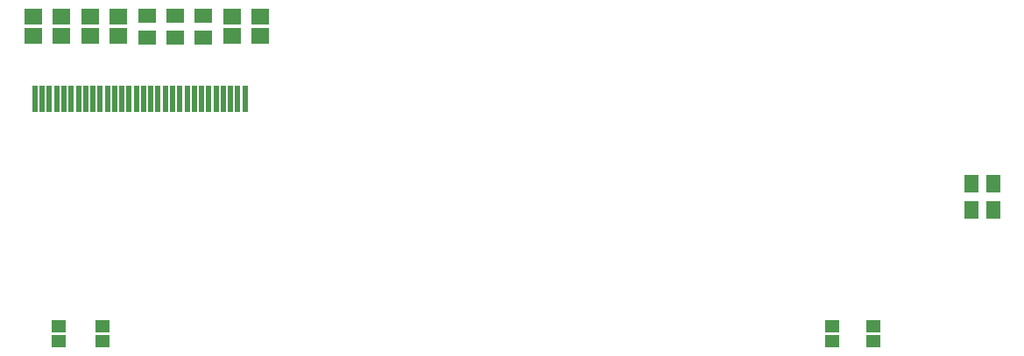
<source format=gbr>
%TF.GenerationSoftware,Altium Limited,Altium Designer,21.0.9 (235)*%
G04 Layer_Color=128*
%FSLAX45Y45*%
%MOMM*%
%TF.SameCoordinates,158FC4AE-840B-470E-B714-2E0BDA5EE684*%
%TF.FilePolarity,Positive*%
%TF.FileFunction,Paste,Bot*%
%TF.Part,Single*%
G01*
G75*
%TA.AperFunction,SMDPad,CuDef*%
%ADD76R,1.45240X1.20240*%
%ADD77R,1.65240X1.60240*%
%ADD78R,1.65240X1.35240*%
%ADD79R,1.35240X1.65240*%
%ADD80R,0.55240X2.65240*%
D76*
X1225000Y602500D02*
D03*
Y747500D02*
D03*
X800000Y602500D02*
D03*
Y747500D02*
D03*
X8275000Y602500D02*
D03*
Y747500D02*
D03*
X8675000Y602500D02*
D03*
Y747500D02*
D03*
D77*
X2750000Y3557500D02*
D03*
Y3742500D02*
D03*
X2475000Y3557500D02*
D03*
Y3742500D02*
D03*
X1375000Y3557500D02*
D03*
Y3742500D02*
D03*
X1100000D02*
D03*
Y3557500D02*
D03*
X825000Y3742500D02*
D03*
Y3557500D02*
D03*
X550000D02*
D03*
Y3742500D02*
D03*
D78*
X2200000Y3755000D02*
D03*
Y3545000D02*
D03*
X1925000Y3755000D02*
D03*
Y3545000D02*
D03*
X1650000Y3755000D02*
D03*
Y3545000D02*
D03*
D79*
X9830000Y1875000D02*
D03*
X9620000D02*
D03*
X9830000Y2125000D02*
D03*
X9620000D02*
D03*
D80*
X1479500Y2947600D02*
D03*
X2599500D02*
D03*
X2389500D02*
D03*
X1969500D02*
D03*
X1759500D02*
D03*
X2179500D02*
D03*
X1199500D02*
D03*
X1409500D02*
D03*
X989500D02*
D03*
X2529500D02*
D03*
X2459500D02*
D03*
X2319500D02*
D03*
X2249500D02*
D03*
X2039500D02*
D03*
X2109500D02*
D03*
X1899500D02*
D03*
X1829500D02*
D03*
X1619500D02*
D03*
X1689500D02*
D03*
X1549500D02*
D03*
X1269500D02*
D03*
X1339500D02*
D03*
X1129500D02*
D03*
X1059500D02*
D03*
X919500D02*
D03*
X569500D02*
D03*
X849500D02*
D03*
X639500D02*
D03*
X709500D02*
D03*
X779500D02*
D03*
%TF.MD5,40cd27f32b96bd127d5aa8741649afc2*%
M02*

</source>
